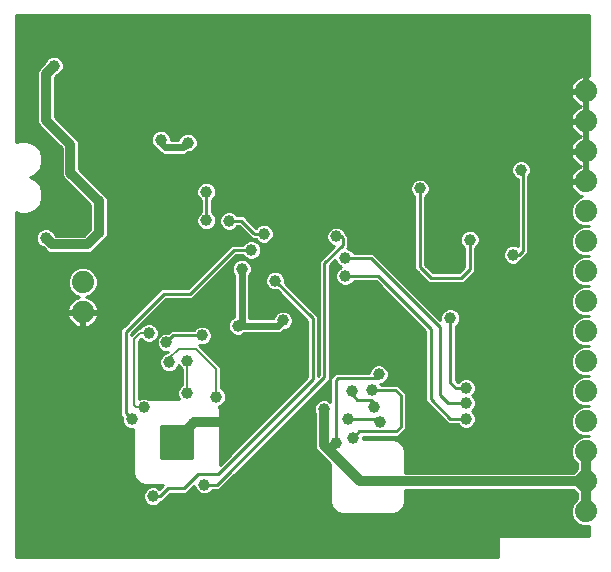
<source format=gbl>
G75*
%MOIN*%
%OFA0B0*%
%FSLAX25Y25*%
%IPPOS*%
%LPD*%
%AMOC8*
5,1,8,0,0,1.08239X$1,22.5*
%
%ADD10C,0.07400*%
%ADD11C,0.03962*%
%ADD12C,0.01000*%
%ADD13C,0.01600*%
%ADD14C,0.02400*%
%ADD15C,0.03200*%
%ADD16C,0.00700*%
D10*
X0077200Y0132900D03*
X0077200Y0142900D03*
X0244900Y0146500D03*
X0244900Y0136500D03*
X0244900Y0126500D03*
X0244900Y0116500D03*
X0244900Y0106500D03*
X0244900Y0096500D03*
X0244900Y0086500D03*
X0244900Y0076500D03*
X0244900Y0066500D03*
X0244900Y0156500D03*
X0244900Y0166500D03*
X0244900Y0176500D03*
X0244900Y0186500D03*
X0244900Y0196500D03*
X0244900Y0206500D03*
D11*
X0227900Y0187400D03*
X0223300Y0180300D03*
X0212600Y0155200D03*
X0220600Y0152000D03*
X0206200Y0157000D03*
X0185500Y0152200D03*
X0199700Y0130900D03*
X0211400Y0135400D03*
X0205000Y0107600D03*
X0205000Y0102600D03*
X0205000Y0097300D03*
X0176400Y0096400D03*
X0174200Y0101300D03*
X0173800Y0106900D03*
X0175900Y0112200D03*
X0166900Y0106500D03*
X0157500Y0100500D03*
X0165700Y0097300D03*
X0167200Y0091000D03*
X0161600Y0089400D03*
X0131600Y0094100D03*
X0121700Y0104700D03*
X0112000Y0105800D03*
X0112100Y0116700D03*
X0117000Y0125100D03*
X0109200Y0129600D03*
X0105100Y0122800D03*
X0106000Y0116200D03*
X0099200Y0125900D03*
X0109100Y0143300D03*
X0092100Y0147400D03*
X0064900Y0157600D03*
X0078300Y0184600D03*
X0077700Y0196400D03*
X0067600Y0215000D03*
X0103200Y0190400D03*
X0112200Y0189400D03*
X0118400Y0173000D03*
X0118400Y0163500D03*
X0126000Y0163300D03*
X0133400Y0153600D03*
X0137600Y0159000D03*
X0130200Y0147400D03*
X0141300Y0143400D03*
X0144000Y0130100D03*
X0128900Y0128300D03*
X0164700Y0144900D03*
X0164700Y0150900D03*
X0161700Y0158100D03*
X0189600Y0174100D03*
X0108500Y0089600D03*
X0097500Y0101100D03*
X0093500Y0097200D03*
X0100600Y0071500D03*
X0117700Y0075400D03*
D12*
X0055000Y0051300D02*
X0055000Y0166142D01*
X0056252Y0165623D01*
X0058748Y0165623D01*
X0061053Y0166578D01*
X0062817Y0168342D01*
X0063772Y0170647D01*
X0063772Y0173142D01*
X0062817Y0175447D01*
X0061053Y0177211D01*
X0059631Y0177800D01*
X0061053Y0178389D01*
X0062817Y0180153D01*
X0063772Y0182458D01*
X0063772Y0184953D01*
X0062817Y0187258D01*
X0061053Y0189022D01*
X0058748Y0189977D01*
X0056252Y0189977D01*
X0055000Y0189458D01*
X0055000Y0232000D01*
X0246000Y0232000D01*
X0246000Y0211591D01*
X0245400Y0211686D01*
X0245400Y0207000D01*
X0244400Y0207000D01*
X0244400Y0211686D01*
X0243682Y0211572D01*
X0242904Y0211319D01*
X0242175Y0210947D01*
X0241512Y0210466D01*
X0240934Y0209888D01*
X0240453Y0209225D01*
X0240081Y0208496D01*
X0239828Y0207718D01*
X0239714Y0207000D01*
X0244400Y0207000D01*
X0244400Y0206000D01*
X0245400Y0206000D01*
X0245400Y0197000D01*
X0244400Y0197000D01*
X0244400Y0201686D01*
X0244400Y0206000D01*
X0239714Y0206000D01*
X0239828Y0205282D01*
X0240081Y0204504D01*
X0240453Y0203775D01*
X0240934Y0203112D01*
X0241512Y0202534D01*
X0242175Y0202053D01*
X0242904Y0201681D01*
X0243461Y0201500D01*
X0242904Y0201319D01*
X0242175Y0200947D01*
X0241512Y0200466D01*
X0240934Y0199888D01*
X0240453Y0199225D01*
X0240081Y0198496D01*
X0239828Y0197718D01*
X0239714Y0197000D01*
X0244400Y0197000D01*
X0244400Y0196000D01*
X0245400Y0196000D01*
X0245400Y0187000D01*
X0244400Y0187000D01*
X0244400Y0191314D01*
X0244400Y0196000D01*
X0239714Y0196000D01*
X0239828Y0195282D01*
X0240081Y0194504D01*
X0240453Y0193775D01*
X0240934Y0193112D01*
X0241512Y0192534D01*
X0242175Y0192053D01*
X0242904Y0191681D01*
X0243461Y0191500D01*
X0242904Y0191319D01*
X0242175Y0190947D01*
X0241512Y0190466D01*
X0240934Y0189888D01*
X0240453Y0189225D01*
X0240081Y0188496D01*
X0239828Y0187718D01*
X0239714Y0187000D01*
X0244400Y0187000D01*
X0244400Y0186000D01*
X0245400Y0186000D01*
X0245400Y0177000D01*
X0244400Y0177000D01*
X0244400Y0181314D01*
X0244400Y0186000D01*
X0239714Y0186000D01*
X0239828Y0185282D01*
X0240081Y0184504D01*
X0240453Y0183775D01*
X0240934Y0183112D01*
X0241512Y0182534D01*
X0242175Y0182053D01*
X0242904Y0181681D01*
X0243461Y0181500D01*
X0242904Y0181319D01*
X0242175Y0180947D01*
X0241512Y0180466D01*
X0240934Y0179888D01*
X0240453Y0179225D01*
X0240081Y0178496D01*
X0239828Y0177718D01*
X0239714Y0177000D01*
X0244400Y0177000D01*
X0244400Y0176000D01*
X0239714Y0176000D01*
X0239828Y0175282D01*
X0240081Y0174504D01*
X0240453Y0173775D01*
X0240934Y0173112D01*
X0241512Y0172534D01*
X0242175Y0172053D01*
X0242904Y0171681D01*
X0243682Y0171428D01*
X0243718Y0171422D01*
X0242068Y0170739D01*
X0240661Y0169332D01*
X0239900Y0167495D01*
X0239900Y0165505D01*
X0240661Y0163668D01*
X0242068Y0162261D01*
X0243905Y0161500D01*
X0242068Y0160739D01*
X0240661Y0159332D01*
X0239900Y0157495D01*
X0239900Y0155505D01*
X0240661Y0153668D01*
X0242068Y0152261D01*
X0243905Y0151500D01*
X0242068Y0150739D01*
X0240661Y0149332D01*
X0222572Y0149332D01*
X0222459Y0149218D02*
X0223382Y0150141D01*
X0223406Y0150200D01*
X0223446Y0150200D01*
X0225800Y0152554D01*
X0225800Y0154046D01*
X0225800Y0178160D01*
X0226082Y0178441D01*
X0226581Y0179647D01*
X0226581Y0180953D01*
X0226082Y0182159D01*
X0225159Y0183082D01*
X0223953Y0183581D01*
X0222647Y0183581D01*
X0221441Y0183082D01*
X0220518Y0182159D01*
X0220019Y0180953D01*
X0220019Y0179647D01*
X0220518Y0178441D01*
X0221441Y0177518D01*
X0222200Y0177204D01*
X0222200Y0154889D01*
X0221253Y0155281D01*
X0219947Y0155281D01*
X0218741Y0154782D01*
X0217818Y0153859D01*
X0217319Y0152653D01*
X0217319Y0151347D01*
X0217818Y0150141D01*
X0218741Y0149218D01*
X0219947Y0148719D01*
X0221253Y0148719D01*
X0222459Y0149218D01*
X0223576Y0150330D02*
X0241659Y0150330D01*
X0240661Y0149332D02*
X0239900Y0147495D01*
X0239900Y0145505D01*
X0240661Y0143668D01*
X0242068Y0142261D01*
X0243905Y0141500D01*
X0242068Y0140739D01*
X0240661Y0139332D01*
X0239900Y0137495D01*
X0239900Y0135505D01*
X0240661Y0133668D01*
X0242068Y0132261D01*
X0243905Y0131500D01*
X0242068Y0130739D01*
X0240661Y0129332D01*
X0239900Y0127495D01*
X0239900Y0125505D01*
X0240661Y0123668D01*
X0242068Y0122261D01*
X0243905Y0121500D01*
X0242068Y0120739D01*
X0240661Y0119332D01*
X0239900Y0117495D01*
X0239900Y0115505D01*
X0240661Y0113668D01*
X0242068Y0112261D01*
X0243905Y0111500D01*
X0242068Y0110739D01*
X0240661Y0109332D01*
X0239900Y0107495D01*
X0239900Y0105505D01*
X0240661Y0103668D01*
X0242068Y0102261D01*
X0243905Y0101500D01*
X0242068Y0100739D01*
X0240661Y0099332D01*
X0239900Y0097495D01*
X0239900Y0095505D01*
X0240661Y0093668D01*
X0242068Y0092261D01*
X0243905Y0091500D01*
X0242068Y0090739D01*
X0240661Y0089332D01*
X0239900Y0087495D01*
X0239900Y0085505D01*
X0240661Y0083668D01*
X0242000Y0082329D01*
X0242000Y0080671D01*
X0240729Y0079400D01*
X0184572Y0079400D01*
X0184572Y0086889D01*
X0183872Y0088579D01*
X0182579Y0089872D01*
X0180889Y0090572D01*
X0170481Y0090572D01*
X0170481Y0091300D01*
X0182346Y0091300D01*
X0183946Y0092900D01*
X0185000Y0093954D01*
X0185000Y0105846D01*
X0183200Y0107646D01*
X0182146Y0108700D01*
X0176606Y0108700D01*
X0176582Y0108759D01*
X0176421Y0108919D01*
X0176553Y0108919D01*
X0177759Y0109418D01*
X0178682Y0110341D01*
X0179181Y0111547D01*
X0179181Y0112853D01*
X0178682Y0114059D01*
X0177759Y0114982D01*
X0176553Y0115481D01*
X0175247Y0115481D01*
X0174041Y0114982D01*
X0173118Y0114059D01*
X0172619Y0112853D01*
X0172619Y0112600D01*
X0161454Y0112600D01*
X0160854Y0112000D01*
X0159800Y0110946D01*
X0159800Y0102840D01*
X0159359Y0103282D01*
X0158153Y0103781D01*
X0156847Y0103781D01*
X0155641Y0103282D01*
X0154718Y0102359D01*
X0154219Y0101153D01*
X0154219Y0099847D01*
X0154600Y0098927D01*
X0154600Y0087923D01*
X0155041Y0086857D01*
X0155857Y0086041D01*
X0159628Y0082271D01*
X0159628Y0069311D01*
X0160328Y0067621D01*
X0161621Y0066328D01*
X0163311Y0065628D01*
X0180889Y0065628D01*
X0182579Y0066328D01*
X0183872Y0067621D01*
X0184572Y0069311D01*
X0184572Y0073600D01*
X0240729Y0073600D01*
X0242000Y0072329D01*
X0242000Y0070671D01*
X0240661Y0069332D01*
X0239900Y0067495D01*
X0239900Y0065505D01*
X0240661Y0063668D01*
X0242068Y0062261D01*
X0243905Y0061500D01*
X0245895Y0061500D01*
X0246000Y0061544D01*
X0246000Y0058300D01*
X0216086Y0058300D01*
X0215500Y0057714D01*
X0215500Y0051300D01*
X0055000Y0051300D01*
X0055000Y0051478D02*
X0215500Y0051478D01*
X0215500Y0052476D02*
X0055000Y0052476D01*
X0055000Y0053475D02*
X0215500Y0053475D01*
X0215500Y0054473D02*
X0055000Y0054473D01*
X0055000Y0055472D02*
X0215500Y0055472D01*
X0215500Y0056470D02*
X0055000Y0056470D01*
X0055000Y0057469D02*
X0215500Y0057469D01*
X0239920Y0065457D02*
X0055000Y0065457D01*
X0055000Y0066455D02*
X0161493Y0066455D01*
X0160495Y0067454D02*
X0055000Y0067454D01*
X0055000Y0068452D02*
X0099384Y0068452D01*
X0099947Y0068219D02*
X0101253Y0068219D01*
X0102459Y0068718D01*
X0103382Y0069641D01*
X0103406Y0069700D01*
X0103646Y0069700D01*
X0106246Y0072300D01*
X0111746Y0072300D01*
X0114419Y0074973D01*
X0114419Y0074747D01*
X0114918Y0073541D01*
X0115841Y0072618D01*
X0117047Y0072119D01*
X0118353Y0072119D01*
X0119559Y0072618D01*
X0120482Y0073541D01*
X0120506Y0073600D01*
X0122746Y0073600D01*
X0123800Y0074654D01*
X0158546Y0109400D01*
X0159600Y0110454D01*
X0159600Y0148454D01*
X0161419Y0150273D01*
X0161419Y0150247D01*
X0161918Y0149041D01*
X0162841Y0148118D01*
X0163369Y0147900D01*
X0162841Y0147682D01*
X0161918Y0146759D01*
X0161419Y0145553D01*
X0161419Y0144247D01*
X0161918Y0143041D01*
X0162841Y0142118D01*
X0164047Y0141619D01*
X0165353Y0141619D01*
X0166559Y0142118D01*
X0167482Y0143041D01*
X0167506Y0143100D01*
X0174954Y0143100D01*
X0191400Y0126654D01*
X0191400Y0103154D01*
X0198000Y0096554D01*
X0199054Y0095500D01*
X0202194Y0095500D01*
X0202218Y0095441D01*
X0203141Y0094518D01*
X0204347Y0094019D01*
X0205653Y0094019D01*
X0206859Y0094518D01*
X0207782Y0095441D01*
X0208281Y0096647D01*
X0208281Y0097953D01*
X0207782Y0099159D01*
X0206990Y0099950D01*
X0207782Y0100741D01*
X0208281Y0101947D01*
X0208281Y0103253D01*
X0207782Y0104459D01*
X0207140Y0105100D01*
X0207782Y0105741D01*
X0208281Y0106947D01*
X0208281Y0108253D01*
X0207782Y0109459D01*
X0206859Y0110382D01*
X0205653Y0110881D01*
X0204347Y0110881D01*
X0203141Y0110382D01*
X0202218Y0109459D01*
X0202209Y0109436D01*
X0201500Y0110146D01*
X0201500Y0128094D01*
X0201559Y0128118D01*
X0202482Y0129041D01*
X0202981Y0130247D01*
X0202981Y0131553D01*
X0202482Y0132759D01*
X0201559Y0133682D01*
X0200353Y0134181D01*
X0199047Y0134181D01*
X0197841Y0133682D01*
X0196918Y0132759D01*
X0196419Y0131553D01*
X0196419Y0130247D01*
X0196434Y0130212D01*
X0173946Y0152700D01*
X0167506Y0152700D01*
X0167482Y0152759D01*
X0166559Y0153682D01*
X0165353Y0154181D01*
X0165327Y0154181D01*
X0165800Y0154654D01*
X0165800Y0158246D01*
X0164761Y0159285D01*
X0164482Y0159959D01*
X0163559Y0160882D01*
X0162353Y0161381D01*
X0161047Y0161381D01*
X0159841Y0160882D01*
X0158918Y0159959D01*
X0158419Y0158753D01*
X0158419Y0157447D01*
X0158918Y0156241D01*
X0159841Y0155318D01*
X0160924Y0154870D01*
X0157054Y0151000D01*
X0156000Y0149946D01*
X0156000Y0111946D01*
X0155700Y0111646D01*
X0155700Y0131546D01*
X0144557Y0142689D01*
X0144581Y0142747D01*
X0144581Y0144053D01*
X0144082Y0145259D01*
X0143159Y0146182D01*
X0141953Y0146681D01*
X0140647Y0146681D01*
X0139441Y0146182D01*
X0138518Y0145259D01*
X0138019Y0144053D01*
X0138019Y0142747D01*
X0138518Y0141541D01*
X0139441Y0140618D01*
X0140647Y0140119D01*
X0141953Y0140119D01*
X0142011Y0140143D01*
X0152100Y0130054D01*
X0152100Y0111246D01*
X0122941Y0082087D01*
X0122941Y0100357D01*
X0122479Y0101471D01*
X0123559Y0101918D01*
X0124482Y0102841D01*
X0124981Y0104047D01*
X0124981Y0105353D01*
X0124482Y0106559D01*
X0123559Y0107482D01*
X0123350Y0107568D01*
X0123350Y0110117D01*
X0123350Y0114683D01*
X0122383Y0115650D01*
X0116121Y0121913D01*
X0116347Y0121819D01*
X0117653Y0121819D01*
X0118859Y0122318D01*
X0119782Y0123241D01*
X0120281Y0124447D01*
X0120281Y0125753D01*
X0119782Y0126959D01*
X0118859Y0127882D01*
X0117653Y0128381D01*
X0116347Y0128381D01*
X0115141Y0127882D01*
X0114218Y0126959D01*
X0114194Y0126900D01*
X0106654Y0126900D01*
X0106304Y0126550D01*
X0106217Y0126550D01*
X0105748Y0126081D01*
X0104447Y0126081D01*
X0103241Y0125582D01*
X0102318Y0124659D01*
X0101819Y0123453D01*
X0101819Y0122147D01*
X0102318Y0120941D01*
X0103241Y0120018D01*
X0104447Y0119519D01*
X0105685Y0119519D01*
X0105648Y0119481D01*
X0105347Y0119481D01*
X0104141Y0118982D01*
X0103218Y0118059D01*
X0102719Y0116853D01*
X0102719Y0115547D01*
X0103218Y0114341D01*
X0104141Y0113418D01*
X0105347Y0112919D01*
X0106653Y0112919D01*
X0107859Y0113418D01*
X0108782Y0114341D01*
X0109154Y0115239D01*
X0109318Y0114841D01*
X0110241Y0113918D01*
X0110350Y0113873D01*
X0110350Y0108668D01*
X0110141Y0108582D01*
X0109218Y0107659D01*
X0108719Y0106453D01*
X0108719Y0105147D01*
X0109177Y0104041D01*
X0098974Y0104041D01*
X0098153Y0104381D01*
X0096847Y0104381D01*
X0095950Y0104009D01*
X0095950Y0123117D01*
X0096647Y0123813D01*
X0097341Y0123118D01*
X0098547Y0122619D01*
X0099853Y0122619D01*
X0101059Y0123118D01*
X0101982Y0124041D01*
X0102481Y0125247D01*
X0102481Y0126553D01*
X0101982Y0127759D01*
X0101059Y0128682D01*
X0099853Y0129181D01*
X0098547Y0129181D01*
X0097341Y0128682D01*
X0096418Y0127759D01*
X0096332Y0127550D01*
X0095717Y0127550D01*
X0094750Y0126583D01*
X0093400Y0125233D01*
X0093400Y0125654D01*
X0104946Y0137200D01*
X0113746Y0137200D01*
X0128346Y0151800D01*
X0130594Y0151800D01*
X0130618Y0151741D01*
X0131541Y0150818D01*
X0132747Y0150319D01*
X0134053Y0150319D01*
X0135259Y0150818D01*
X0136182Y0151741D01*
X0136681Y0152947D01*
X0136681Y0154253D01*
X0136182Y0155459D01*
X0135259Y0156382D01*
X0134053Y0156881D01*
X0132747Y0156881D01*
X0131541Y0156382D01*
X0130618Y0155459D01*
X0130594Y0155400D01*
X0126854Y0155400D01*
X0125800Y0154346D01*
X0112254Y0140800D01*
X0103454Y0140800D01*
X0090854Y0128200D01*
X0089800Y0127146D01*
X0089800Y0098354D01*
X0090243Y0097911D01*
X0090219Y0097853D01*
X0090219Y0096547D01*
X0090718Y0095341D01*
X0091641Y0094418D01*
X0092847Y0093919D01*
X0094059Y0093919D01*
X0094059Y0078843D01*
X0094759Y0077153D01*
X0096053Y0075859D01*
X0097743Y0075159D01*
X0104013Y0075159D01*
X0103700Y0074846D01*
X0102797Y0073943D01*
X0102459Y0074282D01*
X0101253Y0074781D01*
X0099947Y0074781D01*
X0098741Y0074282D01*
X0097818Y0073359D01*
X0097319Y0072153D01*
X0097319Y0070847D01*
X0097818Y0069641D01*
X0098741Y0068718D01*
X0099947Y0068219D01*
X0101816Y0068452D02*
X0159983Y0068452D01*
X0159628Y0069451D02*
X0103191Y0069451D01*
X0104395Y0070449D02*
X0159628Y0070449D01*
X0159628Y0071448D02*
X0105393Y0071448D01*
X0102900Y0071500D02*
X0105500Y0074100D01*
X0111000Y0074100D01*
X0115800Y0078900D01*
X0122300Y0078900D01*
X0153900Y0110500D01*
X0153900Y0130800D01*
X0141300Y0143400D01*
X0144581Y0143341D02*
X0156000Y0143341D01*
X0156000Y0144339D02*
X0144462Y0144339D01*
X0144002Y0145338D02*
X0156000Y0145338D01*
X0156000Y0146336D02*
X0142785Y0146336D01*
X0139815Y0146336D02*
X0133311Y0146336D01*
X0133481Y0146747D02*
X0132982Y0145541D01*
X0132700Y0145260D01*
X0132700Y0130800D01*
X0140739Y0130800D01*
X0141218Y0131959D01*
X0142141Y0132882D01*
X0143347Y0133381D01*
X0144653Y0133381D01*
X0145859Y0132882D01*
X0146782Y0131959D01*
X0147281Y0130753D01*
X0147281Y0129447D01*
X0146782Y0128241D01*
X0145859Y0127318D01*
X0144653Y0126819D01*
X0144254Y0126819D01*
X0143616Y0126181D01*
X0142697Y0125800D01*
X0131040Y0125800D01*
X0130759Y0125518D01*
X0129553Y0125019D01*
X0128247Y0125019D01*
X0127041Y0125518D01*
X0126118Y0126441D01*
X0125619Y0127647D01*
X0125619Y0128953D01*
X0126118Y0130159D01*
X0127041Y0131082D01*
X0127700Y0131354D01*
X0127700Y0145260D01*
X0127418Y0145541D01*
X0126919Y0146747D01*
X0126919Y0148053D01*
X0127418Y0149259D01*
X0128341Y0150182D01*
X0129547Y0150681D01*
X0130853Y0150681D01*
X0132059Y0150182D01*
X0132982Y0149259D01*
X0133481Y0148053D01*
X0133481Y0146747D01*
X0133481Y0147335D02*
X0156000Y0147335D01*
X0156000Y0148333D02*
X0133365Y0148333D01*
X0132908Y0149332D02*
X0156000Y0149332D01*
X0156385Y0150330D02*
X0134080Y0150330D01*
X0132720Y0150330D02*
X0131700Y0150330D01*
X0131031Y0151329D02*
X0127874Y0151329D01*
X0128700Y0150330D02*
X0126876Y0150330D01*
X0127492Y0149332D02*
X0125877Y0149332D01*
X0124879Y0148333D02*
X0127035Y0148333D01*
X0126919Y0147335D02*
X0123880Y0147335D01*
X0122882Y0146336D02*
X0127089Y0146336D01*
X0127622Y0145338D02*
X0121883Y0145338D01*
X0120885Y0144339D02*
X0127700Y0144339D01*
X0127700Y0143341D02*
X0119886Y0143341D01*
X0118888Y0142342D02*
X0127700Y0142342D01*
X0127700Y0141344D02*
X0117889Y0141344D01*
X0116891Y0140345D02*
X0127700Y0140345D01*
X0127700Y0139347D02*
X0115892Y0139347D01*
X0114894Y0138348D02*
X0127700Y0138348D01*
X0127700Y0137350D02*
X0113895Y0137350D01*
X0113000Y0139000D02*
X0127600Y0153600D01*
X0133400Y0153600D01*
X0136424Y0152327D02*
X0158382Y0152327D01*
X0157383Y0151329D02*
X0135769Y0151329D01*
X0136681Y0153326D02*
X0159380Y0153326D01*
X0160379Y0154324D02*
X0136651Y0154324D01*
X0136238Y0155323D02*
X0159837Y0155323D01*
X0158885Y0156321D02*
X0139562Y0156321D01*
X0139459Y0156218D02*
X0140382Y0157141D01*
X0140881Y0158347D01*
X0140881Y0159653D01*
X0140382Y0160859D01*
X0139459Y0161782D01*
X0138253Y0162281D01*
X0136947Y0162281D01*
X0135741Y0161782D01*
X0134953Y0160993D01*
X0134946Y0161000D01*
X0131900Y0164046D01*
X0130846Y0165100D01*
X0128806Y0165100D01*
X0128782Y0165159D01*
X0127859Y0166082D01*
X0126653Y0166581D01*
X0125347Y0166581D01*
X0124141Y0166082D01*
X0123218Y0165159D01*
X0122719Y0163953D01*
X0122719Y0162647D01*
X0123218Y0161441D01*
X0124141Y0160518D01*
X0125347Y0160019D01*
X0126653Y0160019D01*
X0127859Y0160518D01*
X0128782Y0161441D01*
X0128806Y0161500D01*
X0129354Y0161500D01*
X0132400Y0158454D01*
X0133654Y0157200D01*
X0134794Y0157200D01*
X0134818Y0157141D01*
X0135741Y0156218D01*
X0136947Y0155719D01*
X0138253Y0155719D01*
X0139459Y0156218D01*
X0140455Y0157320D02*
X0158472Y0157320D01*
X0158419Y0158318D02*
X0140869Y0158318D01*
X0140881Y0159317D02*
X0158653Y0159317D01*
X0159275Y0160315D02*
X0140607Y0160315D01*
X0139926Y0161314D02*
X0160885Y0161314D01*
X0162515Y0161314D02*
X0187800Y0161314D01*
X0187800Y0162312D02*
X0133633Y0162312D01*
X0134632Y0161314D02*
X0135274Y0161314D01*
X0134100Y0159300D02*
X0130100Y0163300D01*
X0126000Y0163300D01*
X0122719Y0163311D02*
X0121681Y0163311D01*
X0121681Y0162847D02*
X0121182Y0161641D01*
X0120259Y0160718D01*
X0119053Y0160219D01*
X0117747Y0160219D01*
X0116541Y0160718D01*
X0115618Y0161641D01*
X0115119Y0162847D01*
X0115119Y0164153D01*
X0115618Y0165359D01*
X0116541Y0166282D01*
X0116600Y0166306D01*
X0116600Y0170194D01*
X0116541Y0170218D01*
X0115618Y0171141D01*
X0115119Y0172347D01*
X0115119Y0173653D01*
X0115618Y0174859D01*
X0116541Y0175782D01*
X0117747Y0176281D01*
X0119053Y0176281D01*
X0120259Y0175782D01*
X0121182Y0174859D01*
X0121681Y0173653D01*
X0121681Y0172347D01*
X0121182Y0171141D01*
X0120259Y0170218D01*
X0120200Y0170194D01*
X0120200Y0166306D01*
X0120259Y0166282D01*
X0121182Y0165359D01*
X0121681Y0164153D01*
X0121681Y0162847D01*
X0121460Y0162312D02*
X0122858Y0162312D01*
X0123346Y0161314D02*
X0120854Y0161314D01*
X0119286Y0160315D02*
X0124632Y0160315D01*
X0127368Y0160315D02*
X0130539Y0160315D01*
X0131538Y0159317D02*
X0085500Y0159317D01*
X0085500Y0158723D02*
X0085500Y0170477D01*
X0085058Y0171543D01*
X0084243Y0172358D01*
X0076000Y0180601D01*
X0076000Y0189277D01*
X0075558Y0190343D01*
X0067900Y0198001D01*
X0067900Y0211199D01*
X0068539Y0211837D01*
X0069459Y0212218D01*
X0070382Y0213141D01*
X0070881Y0214347D01*
X0070881Y0215653D01*
X0070382Y0216859D01*
X0069459Y0217782D01*
X0068253Y0218281D01*
X0066947Y0218281D01*
X0065741Y0217782D01*
X0064818Y0216859D01*
X0064437Y0215939D01*
X0062541Y0214043D01*
X0062100Y0212977D01*
X0062100Y0196223D01*
X0062541Y0195157D01*
X0063357Y0194341D01*
X0070200Y0187499D01*
X0070200Y0178823D01*
X0070641Y0177757D01*
X0071457Y0176941D01*
X0079700Y0168699D01*
X0079700Y0160501D01*
X0077599Y0158400D01*
X0068201Y0158400D01*
X0068063Y0158539D01*
X0067682Y0159459D01*
X0066759Y0160382D01*
X0065553Y0160881D01*
X0064247Y0160881D01*
X0063041Y0160382D01*
X0062118Y0159459D01*
X0061619Y0158253D01*
X0061619Y0156947D01*
X0062118Y0155741D01*
X0063041Y0154818D01*
X0063961Y0154437D01*
X0064541Y0153857D01*
X0065357Y0153041D01*
X0066423Y0152600D01*
X0079377Y0152600D01*
X0080443Y0153041D01*
X0084243Y0156841D01*
X0085058Y0157657D01*
X0085500Y0158723D01*
X0085332Y0158318D02*
X0132536Y0158318D01*
X0133535Y0157320D02*
X0084721Y0157320D01*
X0083723Y0156321D02*
X0131481Y0156321D01*
X0135319Y0156321D02*
X0135638Y0156321D01*
X0134400Y0159000D02*
X0134200Y0159200D01*
X0134100Y0159300D01*
X0134400Y0159000D02*
X0137600Y0159000D01*
X0132635Y0163311D02*
X0187800Y0163311D01*
X0187800Y0164309D02*
X0131636Y0164309D01*
X0128632Y0165308D02*
X0187800Y0165308D01*
X0187800Y0166306D02*
X0127316Y0166306D01*
X0124684Y0166306D02*
X0120200Y0166306D01*
X0120200Y0167305D02*
X0187800Y0167305D01*
X0187800Y0168303D02*
X0120200Y0168303D01*
X0120200Y0169302D02*
X0187800Y0169302D01*
X0187800Y0170301D02*
X0120341Y0170301D01*
X0121247Y0171299D02*
X0187788Y0171299D01*
X0187800Y0171294D02*
X0187800Y0147154D01*
X0188854Y0146100D01*
X0188854Y0146100D01*
X0191400Y0143554D01*
X0192454Y0142500D01*
X0204146Y0142500D01*
X0205200Y0143554D01*
X0205200Y0143554D01*
X0206946Y0145300D01*
X0208000Y0146354D01*
X0208000Y0154194D01*
X0208059Y0154218D01*
X0208982Y0155141D01*
X0209481Y0156347D01*
X0209481Y0157653D01*
X0208982Y0158859D01*
X0208059Y0159782D01*
X0206853Y0160281D01*
X0205547Y0160281D01*
X0204341Y0159782D01*
X0203418Y0158859D01*
X0202919Y0157653D01*
X0202919Y0156347D01*
X0203418Y0155141D01*
X0204341Y0154218D01*
X0204400Y0154194D01*
X0204400Y0147846D01*
X0202654Y0146100D01*
X0193946Y0146100D01*
X0191400Y0148646D01*
X0191400Y0171294D01*
X0191459Y0171318D01*
X0192382Y0172241D01*
X0192881Y0173447D01*
X0192881Y0174753D01*
X0192382Y0175959D01*
X0191459Y0176882D01*
X0190253Y0177381D01*
X0188947Y0177381D01*
X0187741Y0176882D01*
X0186818Y0175959D01*
X0186319Y0174753D01*
X0186319Y0173447D01*
X0186818Y0172241D01*
X0187741Y0171318D01*
X0187800Y0171294D01*
X0186795Y0172298D02*
X0121660Y0172298D01*
X0121681Y0173296D02*
X0186382Y0173296D01*
X0186319Y0174295D02*
X0121415Y0174295D01*
X0120747Y0175293D02*
X0186543Y0175293D01*
X0187151Y0176292D02*
X0080310Y0176292D01*
X0079311Y0177290D02*
X0188728Y0177290D01*
X0190472Y0177290D02*
X0221993Y0177290D01*
X0222200Y0176292D02*
X0192049Y0176292D01*
X0192657Y0175293D02*
X0222200Y0175293D01*
X0222200Y0174295D02*
X0192881Y0174295D01*
X0192818Y0173296D02*
X0222200Y0173296D01*
X0222200Y0172298D02*
X0192405Y0172298D01*
X0191412Y0171299D02*
X0222200Y0171299D01*
X0222200Y0170301D02*
X0191400Y0170301D01*
X0191400Y0169302D02*
X0222200Y0169302D01*
X0222200Y0168303D02*
X0191400Y0168303D01*
X0191400Y0167305D02*
X0222200Y0167305D01*
X0222200Y0166306D02*
X0191400Y0166306D01*
X0191400Y0165308D02*
X0222200Y0165308D01*
X0222200Y0164309D02*
X0191400Y0164309D01*
X0191400Y0163311D02*
X0222200Y0163311D01*
X0222200Y0162312D02*
X0191400Y0162312D01*
X0191400Y0161314D02*
X0222200Y0161314D01*
X0222200Y0160315D02*
X0191400Y0160315D01*
X0191400Y0159317D02*
X0203877Y0159317D01*
X0203195Y0158318D02*
X0191400Y0158318D01*
X0191400Y0157320D02*
X0202919Y0157320D01*
X0202930Y0156321D02*
X0191400Y0156321D01*
X0191400Y0155323D02*
X0203343Y0155323D01*
X0204235Y0154324D02*
X0191400Y0154324D01*
X0191400Y0153326D02*
X0204400Y0153326D01*
X0204400Y0152327D02*
X0191400Y0152327D01*
X0191400Y0151329D02*
X0204400Y0151329D01*
X0204400Y0150330D02*
X0191400Y0150330D01*
X0191400Y0149332D02*
X0204400Y0149332D01*
X0204400Y0148333D02*
X0191712Y0148333D01*
X0192711Y0147335D02*
X0203889Y0147335D01*
X0202891Y0146336D02*
X0193709Y0146336D01*
X0193200Y0144300D02*
X0189600Y0147900D01*
X0189600Y0174100D01*
X0187800Y0160315D02*
X0164125Y0160315D01*
X0164747Y0159317D02*
X0187800Y0159317D01*
X0187800Y0158318D02*
X0165727Y0158318D01*
X0165800Y0157320D02*
X0187800Y0157320D01*
X0187800Y0156321D02*
X0165800Y0156321D01*
X0165800Y0155323D02*
X0187800Y0155323D01*
X0187800Y0154324D02*
X0165470Y0154324D01*
X0166914Y0153326D02*
X0187800Y0153326D01*
X0187800Y0152327D02*
X0174318Y0152327D01*
X0175317Y0151329D02*
X0187800Y0151329D01*
X0187800Y0150330D02*
X0176315Y0150330D01*
X0177314Y0149332D02*
X0187800Y0149332D01*
X0187800Y0148333D02*
X0178312Y0148333D01*
X0179311Y0147335D02*
X0187800Y0147335D01*
X0188618Y0146336D02*
X0180309Y0146336D01*
X0181308Y0145338D02*
X0189617Y0145338D01*
X0190615Y0144339D02*
X0182306Y0144339D01*
X0183305Y0143341D02*
X0191614Y0143341D01*
X0191400Y0143554D02*
X0191400Y0143554D01*
X0193200Y0144300D02*
X0203400Y0144300D01*
X0206200Y0147100D01*
X0206200Y0157000D01*
X0208523Y0159317D02*
X0222200Y0159317D01*
X0222200Y0158318D02*
X0209205Y0158318D01*
X0209481Y0157320D02*
X0222200Y0157320D01*
X0222200Y0156321D02*
X0209470Y0156321D01*
X0209057Y0155323D02*
X0222200Y0155323D01*
X0224000Y0153300D02*
X0222700Y0152000D01*
X0220600Y0152000D01*
X0218284Y0154324D02*
X0208165Y0154324D01*
X0208000Y0153326D02*
X0217598Y0153326D01*
X0217319Y0152327D02*
X0208000Y0152327D01*
X0208000Y0151329D02*
X0217327Y0151329D01*
X0217740Y0150330D02*
X0208000Y0150330D01*
X0208000Y0149332D02*
X0218628Y0149332D01*
X0224574Y0151329D02*
X0243492Y0151329D01*
X0243905Y0151500D02*
X0245895Y0151500D01*
X0246000Y0151456D01*
X0246000Y0151544D01*
X0245895Y0151500D01*
X0243905Y0151500D01*
X0242002Y0152327D02*
X0225573Y0152327D01*
X0225800Y0153326D02*
X0241003Y0153326D01*
X0240389Y0154324D02*
X0225800Y0154324D01*
X0225800Y0155323D02*
X0239976Y0155323D01*
X0239900Y0156321D02*
X0225800Y0156321D01*
X0225800Y0157320D02*
X0239900Y0157320D01*
X0240241Y0158318D02*
X0225800Y0158318D01*
X0225800Y0159317D02*
X0240655Y0159317D01*
X0241644Y0160315D02*
X0225800Y0160315D01*
X0225800Y0161314D02*
X0243456Y0161314D01*
X0243905Y0161500D02*
X0245895Y0161500D01*
X0246000Y0161456D01*
X0246000Y0161544D01*
X0245895Y0161500D01*
X0243905Y0161500D01*
X0242016Y0162312D02*
X0225800Y0162312D01*
X0225800Y0163311D02*
X0241018Y0163311D01*
X0240395Y0164309D02*
X0225800Y0164309D01*
X0225800Y0165308D02*
X0239982Y0165308D01*
X0239900Y0166306D02*
X0225800Y0166306D01*
X0225800Y0167305D02*
X0239900Y0167305D01*
X0240235Y0168303D02*
X0225800Y0168303D01*
X0225800Y0169302D02*
X0240649Y0169302D01*
X0241629Y0170301D02*
X0225800Y0170301D01*
X0225800Y0171299D02*
X0243420Y0171299D01*
X0241837Y0172298D02*
X0225800Y0172298D01*
X0225800Y0173296D02*
X0240800Y0173296D01*
X0240188Y0174295D02*
X0225800Y0174295D01*
X0225800Y0175293D02*
X0239826Y0175293D01*
X0239760Y0177290D02*
X0225800Y0177290D01*
X0225800Y0176292D02*
X0244400Y0176292D01*
X0244400Y0177290D02*
X0245400Y0177290D01*
X0245400Y0178289D02*
X0244400Y0178289D01*
X0244400Y0179287D02*
X0245400Y0179287D01*
X0245400Y0180286D02*
X0244400Y0180286D01*
X0244400Y0181284D02*
X0245400Y0181284D01*
X0245400Y0182283D02*
X0244400Y0182283D01*
X0244400Y0183281D02*
X0245400Y0183281D01*
X0245400Y0184280D02*
X0244400Y0184280D01*
X0244400Y0185278D02*
X0245400Y0185278D01*
X0244400Y0186277D02*
X0113234Y0186277D01*
X0112853Y0186119D02*
X0114059Y0186618D01*
X0114982Y0187541D01*
X0115481Y0188747D01*
X0115481Y0190053D01*
X0114982Y0191259D01*
X0114059Y0192182D01*
X0112853Y0192681D01*
X0111547Y0192681D01*
X0110341Y0192182D01*
X0109418Y0191259D01*
X0109063Y0190400D01*
X0106481Y0190400D01*
X0106481Y0191053D01*
X0105982Y0192259D01*
X0105059Y0193182D01*
X0103853Y0193681D01*
X0102547Y0193681D01*
X0101341Y0193182D01*
X0100418Y0192259D01*
X0099919Y0191053D01*
X0099919Y0189747D01*
X0100418Y0188541D01*
X0101341Y0187618D01*
X0101520Y0187544D01*
X0101784Y0187281D01*
X0103284Y0185781D01*
X0104203Y0185400D01*
X0111197Y0185400D01*
X0112116Y0185781D01*
X0112454Y0186119D01*
X0112853Y0186119D01*
X0114715Y0187275D02*
X0239758Y0187275D01*
X0240009Y0188274D02*
X0115285Y0188274D01*
X0115481Y0189272D02*
X0240487Y0189272D01*
X0241317Y0190271D02*
X0115391Y0190271D01*
X0114971Y0191269D02*
X0242806Y0191269D01*
X0241878Y0192268D02*
X0113851Y0192268D01*
X0110549Y0192268D02*
X0105972Y0192268D01*
X0106391Y0191269D02*
X0109429Y0191269D01*
X0104854Y0193266D02*
X0240822Y0193266D01*
X0240203Y0194265D02*
X0071636Y0194265D01*
X0070638Y0195263D02*
X0239834Y0195263D01*
X0239756Y0197260D02*
X0068641Y0197260D01*
X0067900Y0198259D02*
X0240004Y0198259D01*
X0240476Y0199257D02*
X0067900Y0199257D01*
X0067900Y0200256D02*
X0241302Y0200256D01*
X0242777Y0201254D02*
X0067900Y0201254D01*
X0067900Y0202253D02*
X0241899Y0202253D01*
X0240833Y0203251D02*
X0067900Y0203251D01*
X0067900Y0204250D02*
X0240210Y0204250D01*
X0239839Y0205248D02*
X0067900Y0205248D01*
X0067900Y0206247D02*
X0244400Y0206247D01*
X0244400Y0207245D02*
X0245400Y0207245D01*
X0245400Y0208244D02*
X0244400Y0208244D01*
X0244400Y0209242D02*
X0245400Y0209242D01*
X0245400Y0210241D02*
X0244400Y0210241D01*
X0244400Y0211239D02*
X0245400Y0211239D01*
X0246000Y0212238D02*
X0069478Y0212238D01*
X0070421Y0213237D02*
X0246000Y0213237D01*
X0246000Y0214235D02*
X0070835Y0214235D01*
X0070881Y0215234D02*
X0246000Y0215234D01*
X0246000Y0216232D02*
X0070641Y0216232D01*
X0070010Y0217231D02*
X0246000Y0217231D01*
X0246000Y0218229D02*
X0068378Y0218229D01*
X0066822Y0218229D02*
X0055000Y0218229D01*
X0055000Y0217231D02*
X0065190Y0217231D01*
X0064559Y0216232D02*
X0055000Y0216232D01*
X0055000Y0215234D02*
X0063732Y0215234D01*
X0062734Y0214235D02*
X0055000Y0214235D01*
X0055000Y0213237D02*
X0062208Y0213237D01*
X0062100Y0212238D02*
X0055000Y0212238D01*
X0055000Y0211239D02*
X0062100Y0211239D01*
X0062100Y0210241D02*
X0055000Y0210241D01*
X0055000Y0209242D02*
X0062100Y0209242D01*
X0062100Y0208244D02*
X0055000Y0208244D01*
X0055000Y0207245D02*
X0062100Y0207245D01*
X0062100Y0206247D02*
X0055000Y0206247D01*
X0055000Y0205248D02*
X0062100Y0205248D01*
X0062100Y0204250D02*
X0055000Y0204250D01*
X0055000Y0203251D02*
X0062100Y0203251D01*
X0062100Y0202253D02*
X0055000Y0202253D01*
X0055000Y0201254D02*
X0062100Y0201254D01*
X0062100Y0200256D02*
X0055000Y0200256D01*
X0055000Y0199257D02*
X0062100Y0199257D01*
X0062100Y0198259D02*
X0055000Y0198259D01*
X0055000Y0197260D02*
X0062100Y0197260D01*
X0062100Y0196262D02*
X0055000Y0196262D01*
X0055000Y0195263D02*
X0062498Y0195263D01*
X0063434Y0194265D02*
X0055000Y0194265D01*
X0055000Y0193266D02*
X0064432Y0193266D01*
X0065431Y0192268D02*
X0055000Y0192268D01*
X0055000Y0191269D02*
X0066430Y0191269D01*
X0067428Y0190271D02*
X0055000Y0190271D01*
X0060449Y0189272D02*
X0068427Y0189272D01*
X0069425Y0188274D02*
X0061801Y0188274D01*
X0062800Y0187275D02*
X0070200Y0187275D01*
X0070200Y0186277D02*
X0063223Y0186277D01*
X0063637Y0185278D02*
X0070200Y0185278D01*
X0070200Y0184280D02*
X0063772Y0184280D01*
X0063772Y0183281D02*
X0070200Y0183281D01*
X0070200Y0182283D02*
X0063699Y0182283D01*
X0063285Y0181284D02*
X0070200Y0181284D01*
X0070200Y0180286D02*
X0062872Y0180286D01*
X0061951Y0179287D02*
X0070200Y0179287D01*
X0070421Y0178289D02*
X0060811Y0178289D01*
X0060862Y0177290D02*
X0071109Y0177290D01*
X0072107Y0176292D02*
X0061972Y0176292D01*
X0062881Y0175293D02*
X0073106Y0175293D01*
X0074104Y0174295D02*
X0063294Y0174295D01*
X0063708Y0173296D02*
X0075103Y0173296D01*
X0076101Y0172298D02*
X0063772Y0172298D01*
X0063772Y0171299D02*
X0077100Y0171299D01*
X0078098Y0170301D02*
X0063628Y0170301D01*
X0063215Y0169302D02*
X0079097Y0169302D01*
X0079700Y0168303D02*
X0062778Y0168303D01*
X0061780Y0167305D02*
X0079700Y0167305D01*
X0079700Y0166306D02*
X0060398Y0166306D01*
X0055000Y0165308D02*
X0079700Y0165308D01*
X0079700Y0164309D02*
X0055000Y0164309D01*
X0055000Y0163311D02*
X0079700Y0163311D01*
X0079700Y0162312D02*
X0055000Y0162312D01*
X0055000Y0161314D02*
X0079700Y0161314D01*
X0079514Y0160315D02*
X0066825Y0160315D01*
X0067740Y0159317D02*
X0078516Y0159317D01*
X0082724Y0155323D02*
X0126777Y0155323D01*
X0125779Y0154324D02*
X0081726Y0154324D01*
X0080727Y0153326D02*
X0124780Y0153326D01*
X0123782Y0152327D02*
X0055000Y0152327D01*
X0055000Y0151329D02*
X0122783Y0151329D01*
X0121785Y0150330D02*
X0055000Y0150330D01*
X0055000Y0149332D02*
X0120786Y0149332D01*
X0119788Y0148333D02*
X0055000Y0148333D01*
X0055000Y0147335D02*
X0074841Y0147335D01*
X0074368Y0147139D02*
X0072961Y0145732D01*
X0072200Y0143895D01*
X0072200Y0141905D01*
X0072961Y0140068D01*
X0074368Y0138661D01*
X0076018Y0137978D01*
X0075982Y0137972D01*
X0075204Y0137719D01*
X0074475Y0137347D01*
X0073812Y0136866D01*
X0073234Y0136288D01*
X0072753Y0135625D01*
X0072381Y0134896D01*
X0072128Y0134118D01*
X0072014Y0133400D01*
X0076700Y0133400D01*
X0076700Y0132400D01*
X0077700Y0132400D01*
X0077700Y0133400D01*
X0082386Y0133400D01*
X0082272Y0134118D01*
X0082019Y0134896D01*
X0081647Y0135625D01*
X0081166Y0136288D01*
X0080588Y0136866D01*
X0079925Y0137347D01*
X0079196Y0137719D01*
X0078418Y0137972D01*
X0078382Y0137978D01*
X0080032Y0138661D01*
X0081439Y0140068D01*
X0082200Y0141905D01*
X0082200Y0143895D01*
X0081439Y0145732D01*
X0080032Y0147139D01*
X0078195Y0147900D01*
X0076205Y0147900D01*
X0074368Y0147139D01*
X0073565Y0146336D02*
X0055000Y0146336D01*
X0055000Y0145338D02*
X0072798Y0145338D01*
X0072384Y0144339D02*
X0055000Y0144339D01*
X0055000Y0143341D02*
X0072200Y0143341D01*
X0072200Y0142342D02*
X0055000Y0142342D01*
X0055000Y0141344D02*
X0072433Y0141344D01*
X0072846Y0140345D02*
X0055000Y0140345D01*
X0055000Y0139347D02*
X0073682Y0139347D01*
X0075123Y0138348D02*
X0055000Y0138348D01*
X0055000Y0137350D02*
X0074479Y0137350D01*
X0073297Y0136351D02*
X0055000Y0136351D01*
X0055000Y0135353D02*
X0072614Y0135353D01*
X0072205Y0134354D02*
X0055000Y0134354D01*
X0055000Y0133356D02*
X0076700Y0133356D01*
X0076700Y0132400D02*
X0072014Y0132400D01*
X0072128Y0131682D01*
X0072381Y0130904D01*
X0072753Y0130175D01*
X0073234Y0129512D01*
X0073812Y0128934D01*
X0074475Y0128453D01*
X0075204Y0128081D01*
X0075982Y0127828D01*
X0076700Y0127714D01*
X0076700Y0132400D01*
X0076700Y0132357D02*
X0077700Y0132357D01*
X0077700Y0132400D02*
X0077700Y0127714D01*
X0078418Y0127828D01*
X0079196Y0128081D01*
X0079925Y0128453D01*
X0080588Y0128934D01*
X0081166Y0129512D01*
X0081647Y0130175D01*
X0082019Y0130904D01*
X0082272Y0131682D01*
X0082386Y0132400D01*
X0077700Y0132400D01*
X0077700Y0133356D02*
X0096010Y0133356D01*
X0097009Y0134354D02*
X0082195Y0134354D01*
X0081786Y0135353D02*
X0098007Y0135353D01*
X0099006Y0136351D02*
X0081103Y0136351D01*
X0079921Y0137350D02*
X0100004Y0137350D01*
X0101003Y0138348D02*
X0079276Y0138348D01*
X0080718Y0139347D02*
X0102001Y0139347D01*
X0103000Y0140345D02*
X0081554Y0140345D01*
X0081967Y0141344D02*
X0112798Y0141344D01*
X0113797Y0142342D02*
X0082200Y0142342D01*
X0082200Y0143341D02*
X0114795Y0143341D01*
X0115794Y0144339D02*
X0082016Y0144339D01*
X0081602Y0145338D02*
X0116792Y0145338D01*
X0117791Y0146336D02*
X0080835Y0146336D01*
X0079559Y0147335D02*
X0118789Y0147335D01*
X0113000Y0139000D02*
X0104200Y0139000D01*
X0091600Y0126400D01*
X0091600Y0099100D01*
X0093500Y0097200D01*
X0090219Y0097409D02*
X0055000Y0097409D01*
X0055000Y0096411D02*
X0090276Y0096411D01*
X0090689Y0095412D02*
X0055000Y0095412D01*
X0055000Y0094414D02*
X0091653Y0094414D01*
X0094059Y0093415D02*
X0055000Y0093415D01*
X0055000Y0092417D02*
X0094059Y0092417D01*
X0094059Y0091418D02*
X0055000Y0091418D01*
X0055000Y0090420D02*
X0094059Y0090420D01*
X0094059Y0089421D02*
X0055000Y0089421D01*
X0055000Y0088423D02*
X0094059Y0088423D01*
X0094059Y0087424D02*
X0055000Y0087424D01*
X0055000Y0086426D02*
X0094059Y0086426D01*
X0094059Y0085427D02*
X0055000Y0085427D01*
X0055000Y0084429D02*
X0094059Y0084429D01*
X0094059Y0083430D02*
X0055000Y0083430D01*
X0055000Y0082432D02*
X0094059Y0082432D01*
X0094059Y0081433D02*
X0055000Y0081433D01*
X0055000Y0080434D02*
X0094059Y0080434D01*
X0094059Y0079436D02*
X0055000Y0079436D01*
X0055000Y0078437D02*
X0094227Y0078437D01*
X0094641Y0077439D02*
X0055000Y0077439D01*
X0055000Y0076440D02*
X0095471Y0076440D01*
X0097060Y0075442D02*
X0055000Y0075442D01*
X0055000Y0074443D02*
X0099132Y0074443D01*
X0097905Y0073445D02*
X0055000Y0073445D01*
X0055000Y0072446D02*
X0097441Y0072446D01*
X0097319Y0071448D02*
X0055000Y0071448D01*
X0055000Y0070449D02*
X0097484Y0070449D01*
X0098009Y0069451D02*
X0055000Y0069451D01*
X0055000Y0064458D02*
X0240334Y0064458D01*
X0240869Y0063460D02*
X0055000Y0063460D01*
X0055000Y0062461D02*
X0241868Y0062461D01*
X0246000Y0061463D02*
X0055000Y0061463D01*
X0055000Y0060464D02*
X0246000Y0060464D01*
X0246000Y0059466D02*
X0055000Y0059466D01*
X0055000Y0058467D02*
X0246000Y0058467D01*
X0239900Y0066455D02*
X0182707Y0066455D01*
X0183705Y0067454D02*
X0239900Y0067454D01*
X0240297Y0068452D02*
X0184217Y0068452D01*
X0184572Y0069451D02*
X0240780Y0069451D01*
X0241778Y0070449D02*
X0184572Y0070449D01*
X0184572Y0071448D02*
X0242000Y0071448D01*
X0241883Y0072446D02*
X0184572Y0072446D01*
X0184572Y0073445D02*
X0240884Y0073445D01*
X0240765Y0079436D02*
X0184572Y0079436D01*
X0184572Y0080434D02*
X0241763Y0080434D01*
X0242000Y0081433D02*
X0184572Y0081433D01*
X0184572Y0082432D02*
X0241897Y0082432D01*
X0240899Y0083430D02*
X0184572Y0083430D01*
X0184572Y0084429D02*
X0240346Y0084429D01*
X0239932Y0085427D02*
X0184572Y0085427D01*
X0184572Y0086426D02*
X0239900Y0086426D01*
X0239900Y0087424D02*
X0184351Y0087424D01*
X0183937Y0088423D02*
X0240284Y0088423D01*
X0240750Y0089421D02*
X0183030Y0089421D01*
X0181258Y0090420D02*
X0241749Y0090420D01*
X0241912Y0092417D02*
X0183462Y0092417D01*
X0184461Y0093415D02*
X0240914Y0093415D01*
X0240352Y0094414D02*
X0206606Y0094414D01*
X0207752Y0095412D02*
X0239939Y0095412D01*
X0239900Y0096411D02*
X0208183Y0096411D01*
X0208281Y0097409D02*
X0239900Y0097409D01*
X0240278Y0098408D02*
X0208093Y0098408D01*
X0207534Y0099406D02*
X0240735Y0099406D01*
X0241734Y0100405D02*
X0207445Y0100405D01*
X0208056Y0101403D02*
X0243672Y0101403D01*
X0243905Y0101500D02*
X0245895Y0101500D01*
X0246000Y0101456D01*
X0246000Y0101544D01*
X0245895Y0101500D01*
X0243905Y0101500D01*
X0241927Y0102402D02*
X0208281Y0102402D01*
X0208220Y0103400D02*
X0240929Y0103400D01*
X0240358Y0104399D02*
X0207806Y0104399D01*
X0207437Y0105397D02*
X0239945Y0105397D01*
X0239900Y0106396D02*
X0208053Y0106396D01*
X0208281Y0107394D02*
X0239900Y0107394D01*
X0240272Y0108393D02*
X0208223Y0108393D01*
X0207809Y0109391D02*
X0240720Y0109391D01*
X0241719Y0110390D02*
X0206839Y0110390D01*
X0205000Y0107600D02*
X0201500Y0107600D01*
X0199700Y0109400D01*
X0199700Y0130900D01*
X0197515Y0133356D02*
X0193290Y0133356D01*
X0192291Y0134354D02*
X0240377Y0134354D01*
X0239963Y0135353D02*
X0191293Y0135353D01*
X0190294Y0136351D02*
X0239900Y0136351D01*
X0239900Y0137350D02*
X0189296Y0137350D01*
X0188297Y0138348D02*
X0240254Y0138348D01*
X0240676Y0139347D02*
X0187299Y0139347D01*
X0186300Y0140345D02*
X0241674Y0140345D01*
X0241987Y0142342D02*
X0184303Y0142342D01*
X0185302Y0141344D02*
X0243528Y0141344D01*
X0243905Y0141500D02*
X0245895Y0141500D01*
X0246000Y0141456D01*
X0246000Y0141544D01*
X0245895Y0141500D01*
X0243905Y0141500D01*
X0240988Y0143341D02*
X0204986Y0143341D01*
X0205985Y0144339D02*
X0240383Y0144339D01*
X0239969Y0145338D02*
X0206983Y0145338D01*
X0207982Y0146336D02*
X0239900Y0146336D01*
X0239900Y0147335D02*
X0208000Y0147335D01*
X0208000Y0148333D02*
X0240247Y0148333D01*
X0240973Y0133356D02*
X0201885Y0133356D01*
X0202648Y0132357D02*
X0241972Y0132357D01*
X0243564Y0131359D02*
X0202981Y0131359D01*
X0202981Y0130360D02*
X0241689Y0130360D01*
X0240690Y0129362D02*
X0202614Y0129362D01*
X0201803Y0128363D02*
X0240260Y0128363D01*
X0239900Y0127365D02*
X0201500Y0127365D01*
X0201500Y0126366D02*
X0239900Y0126366D01*
X0239957Y0125368D02*
X0201500Y0125368D01*
X0201500Y0124369D02*
X0240371Y0124369D01*
X0240958Y0123370D02*
X0201500Y0123370D01*
X0201500Y0122372D02*
X0241957Y0122372D01*
X0243600Y0121373D02*
X0201500Y0121373D01*
X0201500Y0120375D02*
X0241704Y0120375D01*
X0240705Y0119376D02*
X0201500Y0119376D01*
X0201500Y0118378D02*
X0240266Y0118378D01*
X0239900Y0117379D02*
X0201500Y0117379D01*
X0201500Y0116381D02*
X0239900Y0116381D01*
X0239951Y0115382D02*
X0201500Y0115382D01*
X0201500Y0114384D02*
X0240365Y0114384D01*
X0240944Y0113385D02*
X0201500Y0113385D01*
X0201500Y0112387D02*
X0241942Y0112387D01*
X0243636Y0111388D02*
X0201500Y0111388D01*
X0201500Y0110390D02*
X0203161Y0110390D01*
X0196200Y0105400D02*
X0199000Y0102600D01*
X0205000Y0102600D01*
X0205000Y0097300D02*
X0199800Y0097300D01*
X0193200Y0103900D01*
X0193200Y0127400D01*
X0175700Y0144900D01*
X0164700Y0144900D01*
X0162495Y0147335D02*
X0159600Y0147335D01*
X0159600Y0148333D02*
X0162627Y0148333D01*
X0161798Y0149332D02*
X0160477Y0149332D01*
X0157800Y0149200D02*
X0157800Y0111200D01*
X0122000Y0075400D01*
X0117700Y0075400D01*
X0119143Y0072446D02*
X0159628Y0072446D01*
X0159628Y0073445D02*
X0120385Y0073445D01*
X0123589Y0074443D02*
X0159628Y0074443D01*
X0159628Y0075442D02*
X0124588Y0075442D01*
X0125586Y0076440D02*
X0159628Y0076440D01*
X0159628Y0077439D02*
X0126585Y0077439D01*
X0127583Y0078437D02*
X0159628Y0078437D01*
X0159628Y0079436D02*
X0128582Y0079436D01*
X0129580Y0080434D02*
X0159628Y0080434D01*
X0159628Y0081433D02*
X0130579Y0081433D01*
X0131577Y0082432D02*
X0159467Y0082432D01*
X0158469Y0083430D02*
X0132576Y0083430D01*
X0133574Y0084429D02*
X0157470Y0084429D01*
X0156472Y0085427D02*
X0134573Y0085427D01*
X0135571Y0086426D02*
X0155473Y0086426D01*
X0154807Y0087424D02*
X0136570Y0087424D01*
X0137568Y0088423D02*
X0154600Y0088423D01*
X0154600Y0089421D02*
X0138567Y0089421D01*
X0139565Y0090420D02*
X0154600Y0090420D01*
X0154600Y0091418D02*
X0140564Y0091418D01*
X0141562Y0092417D02*
X0154600Y0092417D01*
X0154600Y0093415D02*
X0142561Y0093415D01*
X0143559Y0094414D02*
X0154600Y0094414D01*
X0154600Y0095412D02*
X0144558Y0095412D01*
X0145556Y0096411D02*
X0154600Y0096411D01*
X0154600Y0097409D02*
X0146555Y0097409D01*
X0147553Y0098408D02*
X0154600Y0098408D01*
X0154402Y0099406D02*
X0148552Y0099406D01*
X0149550Y0100405D02*
X0154219Y0100405D01*
X0154323Y0101403D02*
X0150549Y0101403D01*
X0151547Y0102402D02*
X0154762Y0102402D01*
X0155928Y0103400D02*
X0152546Y0103400D01*
X0153544Y0104399D02*
X0159800Y0104399D01*
X0159800Y0105397D02*
X0154543Y0105397D01*
X0155541Y0106396D02*
X0159800Y0106396D01*
X0159800Y0107394D02*
X0156540Y0107394D01*
X0157538Y0108393D02*
X0159800Y0108393D01*
X0159800Y0109391D02*
X0158537Y0109391D01*
X0159535Y0110390D02*
X0159800Y0110390D01*
X0159600Y0111388D02*
X0160243Y0111388D01*
X0159600Y0112387D02*
X0161241Y0112387D01*
X0162200Y0110800D02*
X0161600Y0110200D01*
X0161600Y0089400D01*
X0167200Y0091000D02*
X0169300Y0093100D01*
X0181600Y0093100D01*
X0183200Y0094700D01*
X0183200Y0105100D01*
X0181400Y0106900D01*
X0173800Y0106900D01*
X0173400Y0103700D02*
X0168800Y0103700D01*
X0166900Y0105600D01*
X0166900Y0106500D01*
X0162200Y0110800D02*
X0175200Y0110800D01*
X0175900Y0111500D01*
X0175900Y0112200D01*
X0172840Y0113385D02*
X0159600Y0113385D01*
X0159600Y0114384D02*
X0173444Y0114384D01*
X0175009Y0115382D02*
X0159600Y0115382D01*
X0159600Y0116381D02*
X0191400Y0116381D01*
X0191400Y0117379D02*
X0159600Y0117379D01*
X0159600Y0118378D02*
X0191400Y0118378D01*
X0191400Y0119376D02*
X0159600Y0119376D01*
X0159600Y0120375D02*
X0191400Y0120375D01*
X0191400Y0121373D02*
X0159600Y0121373D01*
X0159600Y0122372D02*
X0191400Y0122372D01*
X0191400Y0123370D02*
X0159600Y0123370D01*
X0159600Y0124369D02*
X0191400Y0124369D01*
X0191400Y0125368D02*
X0159600Y0125368D01*
X0159600Y0126366D02*
X0191400Y0126366D01*
X0190690Y0127365D02*
X0159600Y0127365D01*
X0159600Y0128363D02*
X0189691Y0128363D01*
X0188693Y0129362D02*
X0159600Y0129362D01*
X0159600Y0130360D02*
X0187694Y0130360D01*
X0186696Y0131359D02*
X0159600Y0131359D01*
X0159600Y0132357D02*
X0185697Y0132357D01*
X0184699Y0133356D02*
X0159600Y0133356D01*
X0159600Y0134354D02*
X0183700Y0134354D01*
X0182702Y0135353D02*
X0159600Y0135353D01*
X0159600Y0136351D02*
X0181703Y0136351D01*
X0180705Y0137350D02*
X0159600Y0137350D01*
X0159600Y0138348D02*
X0179706Y0138348D01*
X0178708Y0139347D02*
X0159600Y0139347D01*
X0159600Y0140345D02*
X0177709Y0140345D01*
X0176711Y0141344D02*
X0159600Y0141344D01*
X0159600Y0142342D02*
X0162618Y0142342D01*
X0161794Y0143341D02*
X0159600Y0143341D01*
X0159600Y0144339D02*
X0161419Y0144339D01*
X0161419Y0145338D02*
X0159600Y0145338D01*
X0159600Y0146336D02*
X0161743Y0146336D01*
X0157800Y0149200D02*
X0164000Y0155400D01*
X0164000Y0157500D01*
X0163400Y0158100D01*
X0161700Y0158100D01*
X0164700Y0150900D02*
X0173200Y0150900D01*
X0196200Y0127900D01*
X0196200Y0105400D01*
X0191400Y0105397D02*
X0185000Y0105397D01*
X0185000Y0104399D02*
X0191400Y0104399D01*
X0191400Y0103400D02*
X0185000Y0103400D01*
X0185000Y0102402D02*
X0192153Y0102402D01*
X0193151Y0101403D02*
X0185000Y0101403D01*
X0185000Y0100405D02*
X0194150Y0100405D01*
X0195148Y0099406D02*
X0185000Y0099406D01*
X0185000Y0098408D02*
X0196147Y0098408D01*
X0197145Y0097409D02*
X0185000Y0097409D01*
X0185000Y0096411D02*
X0198144Y0096411D01*
X0202248Y0095412D02*
X0185000Y0095412D01*
X0185000Y0094414D02*
X0203394Y0094414D01*
X0204300Y0097300D02*
X0205000Y0097300D01*
X0191400Y0106396D02*
X0184450Y0106396D01*
X0183451Y0107394D02*
X0191400Y0107394D01*
X0191400Y0108393D02*
X0182453Y0108393D01*
X0178702Y0110390D02*
X0191400Y0110390D01*
X0191400Y0111388D02*
X0179115Y0111388D01*
X0179181Y0112387D02*
X0191400Y0112387D01*
X0191400Y0113385D02*
X0178960Y0113385D01*
X0178356Y0114384D02*
X0191400Y0114384D01*
X0191400Y0115382D02*
X0176791Y0115382D01*
X0177693Y0109391D02*
X0191400Y0109391D01*
X0174200Y0102900D02*
X0173400Y0103700D01*
X0174200Y0102900D02*
X0174200Y0101300D01*
X0175500Y0097300D02*
X0165700Y0097300D01*
X0159800Y0103400D02*
X0159072Y0103400D01*
X0156000Y0112387D02*
X0155700Y0112387D01*
X0155700Y0113385D02*
X0156000Y0113385D01*
X0156000Y0114384D02*
X0155700Y0114384D01*
X0155700Y0115382D02*
X0156000Y0115382D01*
X0156000Y0116381D02*
X0155700Y0116381D01*
X0155700Y0117379D02*
X0156000Y0117379D01*
X0156000Y0118378D02*
X0155700Y0118378D01*
X0155700Y0119376D02*
X0156000Y0119376D01*
X0156000Y0120375D02*
X0155700Y0120375D01*
X0155700Y0121373D02*
X0156000Y0121373D01*
X0156000Y0122372D02*
X0155700Y0122372D01*
X0155700Y0123370D02*
X0156000Y0123370D01*
X0156000Y0124369D02*
X0155700Y0124369D01*
X0155700Y0125368D02*
X0156000Y0125368D01*
X0156000Y0126366D02*
X0155700Y0126366D01*
X0155700Y0127365D02*
X0156000Y0127365D01*
X0156000Y0128363D02*
X0155700Y0128363D01*
X0155700Y0129362D02*
X0156000Y0129362D01*
X0156000Y0130360D02*
X0155700Y0130360D01*
X0155700Y0131359D02*
X0156000Y0131359D01*
X0156000Y0132357D02*
X0154888Y0132357D01*
X0153890Y0133356D02*
X0156000Y0133356D01*
X0156000Y0134354D02*
X0152891Y0134354D01*
X0151893Y0135353D02*
X0156000Y0135353D01*
X0156000Y0136351D02*
X0150894Y0136351D01*
X0149896Y0137350D02*
X0156000Y0137350D01*
X0156000Y0138348D02*
X0148897Y0138348D01*
X0147899Y0139347D02*
X0156000Y0139347D01*
X0156000Y0140345D02*
X0146900Y0140345D01*
X0145902Y0141344D02*
X0156000Y0141344D01*
X0156000Y0142342D02*
X0144903Y0142342D01*
X0142808Y0139347D02*
X0132700Y0139347D01*
X0132700Y0140345D02*
X0140101Y0140345D01*
X0138716Y0141344D02*
X0132700Y0141344D01*
X0132700Y0142342D02*
X0138187Y0142342D01*
X0138019Y0143341D02*
X0132700Y0143341D01*
X0132700Y0144339D02*
X0138138Y0144339D01*
X0138598Y0145338D02*
X0132778Y0145338D01*
X0132700Y0138348D02*
X0143806Y0138348D01*
X0144805Y0137350D02*
X0132700Y0137350D01*
X0132700Y0136351D02*
X0145803Y0136351D01*
X0146802Y0135353D02*
X0132700Y0135353D01*
X0132700Y0134354D02*
X0147800Y0134354D01*
X0148799Y0133356D02*
X0144714Y0133356D01*
X0143286Y0133356D02*
X0132700Y0133356D01*
X0132700Y0132357D02*
X0141617Y0132357D01*
X0140970Y0131359D02*
X0132700Y0131359D01*
X0127700Y0131359D02*
X0099104Y0131359D01*
X0100103Y0132357D02*
X0127700Y0132357D01*
X0127700Y0133356D02*
X0101101Y0133356D01*
X0102100Y0134354D02*
X0127700Y0134354D01*
X0127700Y0135353D02*
X0103098Y0135353D01*
X0104097Y0136351D02*
X0127700Y0136351D01*
X0126320Y0130360D02*
X0098106Y0130360D01*
X0097107Y0129362D02*
X0125788Y0129362D01*
X0125619Y0128363D02*
X0117696Y0128363D01*
X0116304Y0128363D02*
X0101377Y0128363D01*
X0102145Y0127365D02*
X0114624Y0127365D01*
X0117000Y0125100D02*
X0107400Y0125100D01*
X0105100Y0122800D01*
X0102885Y0120375D02*
X0095950Y0120375D01*
X0095950Y0121373D02*
X0102139Y0121373D01*
X0101819Y0122372D02*
X0095950Y0122372D01*
X0096204Y0123370D02*
X0097089Y0123370D01*
X0094533Y0126366D02*
X0094112Y0126366D01*
X0093534Y0125368D02*
X0093400Y0125368D01*
X0095110Y0127365D02*
X0095531Y0127365D01*
X0096109Y0128363D02*
X0097023Y0128363D01*
X0094013Y0131359D02*
X0082167Y0131359D01*
X0082379Y0132357D02*
X0095012Y0132357D01*
X0093014Y0130360D02*
X0081742Y0130360D01*
X0081015Y0129362D02*
X0092016Y0129362D01*
X0091017Y0128363D02*
X0079750Y0128363D01*
X0077700Y0128363D02*
X0076700Y0128363D01*
X0076700Y0129362D02*
X0077700Y0129362D01*
X0077700Y0130360D02*
X0076700Y0130360D01*
X0076700Y0131359D02*
X0077700Y0131359D01*
X0074650Y0128363D02*
X0055000Y0128363D01*
X0055000Y0127365D02*
X0090019Y0127365D01*
X0089800Y0126366D02*
X0055000Y0126366D01*
X0055000Y0125368D02*
X0089800Y0125368D01*
X0089800Y0124369D02*
X0055000Y0124369D01*
X0055000Y0123370D02*
X0089800Y0123370D01*
X0089800Y0122372D02*
X0055000Y0122372D01*
X0055000Y0121373D02*
X0089800Y0121373D01*
X0089800Y0120375D02*
X0055000Y0120375D01*
X0055000Y0119376D02*
X0089800Y0119376D01*
X0089800Y0118378D02*
X0055000Y0118378D01*
X0055000Y0117379D02*
X0089800Y0117379D01*
X0089800Y0116381D02*
X0055000Y0116381D01*
X0055000Y0115382D02*
X0089800Y0115382D01*
X0089800Y0114384D02*
X0055000Y0114384D01*
X0055000Y0113385D02*
X0089800Y0113385D01*
X0089800Y0112387D02*
X0055000Y0112387D01*
X0055000Y0111388D02*
X0089800Y0111388D01*
X0089800Y0110390D02*
X0055000Y0110390D01*
X0055000Y0109391D02*
X0089800Y0109391D01*
X0089800Y0108393D02*
X0055000Y0108393D01*
X0055000Y0107394D02*
X0089800Y0107394D01*
X0089800Y0106396D02*
X0055000Y0106396D01*
X0055000Y0105397D02*
X0089800Y0105397D01*
X0089800Y0104399D02*
X0055000Y0104399D01*
X0055000Y0103400D02*
X0089800Y0103400D01*
X0089800Y0102402D02*
X0055000Y0102402D01*
X0055000Y0101403D02*
X0089800Y0101403D01*
X0089800Y0100405D02*
X0055000Y0100405D01*
X0055000Y0099406D02*
X0089800Y0099406D01*
X0089800Y0098408D02*
X0055000Y0098408D01*
X0055000Y0129362D02*
X0073385Y0129362D01*
X0072658Y0130360D02*
X0055000Y0130360D01*
X0055000Y0131359D02*
X0072233Y0131359D01*
X0072021Y0132357D02*
X0055000Y0132357D01*
X0055000Y0153326D02*
X0065073Y0153326D01*
X0064541Y0153857D02*
X0064541Y0153857D01*
X0064074Y0154324D02*
X0055000Y0154324D01*
X0055000Y0155323D02*
X0062537Y0155323D01*
X0061878Y0156321D02*
X0055000Y0156321D01*
X0055000Y0157320D02*
X0061619Y0157320D01*
X0061646Y0158318D02*
X0055000Y0158318D01*
X0055000Y0159317D02*
X0062060Y0159317D01*
X0062975Y0160315D02*
X0055000Y0160315D01*
X0076316Y0180286D02*
X0220019Y0180286D01*
X0220156Y0181284D02*
X0076000Y0181284D01*
X0076000Y0182283D02*
X0220642Y0182283D01*
X0221923Y0183281D02*
X0076000Y0183281D01*
X0076000Y0184280D02*
X0240195Y0184280D01*
X0239829Y0185278D02*
X0076000Y0185278D01*
X0076000Y0186277D02*
X0102788Y0186277D01*
X0101789Y0187275D02*
X0076000Y0187275D01*
X0076000Y0188274D02*
X0100686Y0188274D01*
X0100116Y0189272D02*
X0076000Y0189272D01*
X0075588Y0190271D02*
X0099919Y0190271D01*
X0100009Y0191269D02*
X0074632Y0191269D01*
X0073633Y0192268D02*
X0100428Y0192268D01*
X0101546Y0193266D02*
X0072635Y0193266D01*
X0069639Y0196262D02*
X0244400Y0196262D01*
X0244400Y0197260D02*
X0245400Y0197260D01*
X0245400Y0198259D02*
X0244400Y0198259D01*
X0244400Y0199257D02*
X0245400Y0199257D01*
X0245400Y0200256D02*
X0244400Y0200256D01*
X0244400Y0201254D02*
X0245400Y0201254D01*
X0245400Y0202253D02*
X0244400Y0202253D01*
X0244400Y0203251D02*
X0245400Y0203251D01*
X0245400Y0204250D02*
X0244400Y0204250D01*
X0244400Y0205248D02*
X0245400Y0205248D01*
X0239753Y0207245D02*
X0067900Y0207245D01*
X0067900Y0208244D02*
X0239999Y0208244D01*
X0240465Y0209242D02*
X0067900Y0209242D01*
X0067900Y0210241D02*
X0241287Y0210241D01*
X0242748Y0211239D02*
X0067941Y0211239D01*
X0055000Y0219228D02*
X0246000Y0219228D01*
X0246000Y0220226D02*
X0055000Y0220226D01*
X0055000Y0221225D02*
X0246000Y0221225D01*
X0246000Y0222223D02*
X0055000Y0222223D01*
X0055000Y0223222D02*
X0246000Y0223222D01*
X0246000Y0224220D02*
X0055000Y0224220D01*
X0055000Y0225219D02*
X0246000Y0225219D01*
X0246000Y0226217D02*
X0055000Y0226217D01*
X0055000Y0227216D02*
X0246000Y0227216D01*
X0246000Y0228214D02*
X0055000Y0228214D01*
X0055000Y0229213D02*
X0246000Y0229213D01*
X0246000Y0230211D02*
X0055000Y0230211D01*
X0055000Y0231210D02*
X0246000Y0231210D01*
X0245400Y0195263D02*
X0244400Y0195263D01*
X0244400Y0194265D02*
X0245400Y0194265D01*
X0245400Y0193266D02*
X0244400Y0193266D01*
X0244400Y0192268D02*
X0245400Y0192268D01*
X0245400Y0191269D02*
X0244400Y0191269D01*
X0244400Y0190271D02*
X0245400Y0190271D01*
X0245400Y0189272D02*
X0244400Y0189272D01*
X0244400Y0188274D02*
X0245400Y0188274D01*
X0245400Y0187275D02*
X0244400Y0187275D01*
X0240811Y0183281D02*
X0224677Y0183281D01*
X0225958Y0182283D02*
X0241858Y0182283D01*
X0242835Y0181284D02*
X0226444Y0181284D01*
X0226581Y0180286D02*
X0241332Y0180286D01*
X0240497Y0179287D02*
X0226432Y0179287D01*
X0225929Y0178289D02*
X0240014Y0178289D01*
X0227900Y0187400D02*
X0218100Y0187400D01*
X0216600Y0185900D01*
X0216600Y0159200D01*
X0212600Y0155200D01*
X0224000Y0153300D02*
X0224000Y0179600D01*
X0223300Y0180300D01*
X0220168Y0179287D02*
X0077314Y0179287D01*
X0078313Y0178289D02*
X0220671Y0178289D01*
X0196752Y0132357D02*
X0194288Y0132357D01*
X0195287Y0131359D02*
X0196419Y0131359D01*
X0196419Y0130360D02*
X0196286Y0130360D01*
X0175712Y0142342D02*
X0166782Y0142342D01*
X0150796Y0131359D02*
X0147030Y0131359D01*
X0147281Y0130360D02*
X0151794Y0130360D01*
X0152100Y0129362D02*
X0147246Y0129362D01*
X0146832Y0128363D02*
X0152100Y0128363D01*
X0152100Y0127365D02*
X0145905Y0127365D01*
X0143802Y0126366D02*
X0152100Y0126366D01*
X0152100Y0125368D02*
X0130394Y0125368D01*
X0127406Y0125368D02*
X0120281Y0125368D01*
X0120249Y0124369D02*
X0152100Y0124369D01*
X0152100Y0123370D02*
X0119835Y0123370D01*
X0118912Y0122372D02*
X0152100Y0122372D01*
X0152100Y0121373D02*
X0116660Y0121373D01*
X0117658Y0120375D02*
X0152100Y0120375D01*
X0152100Y0119376D02*
X0118657Y0119376D01*
X0119656Y0118378D02*
X0152100Y0118378D01*
X0152100Y0117379D02*
X0120654Y0117379D01*
X0121653Y0116381D02*
X0152100Y0116381D01*
X0152100Y0115382D02*
X0122651Y0115382D01*
X0123350Y0114384D02*
X0152100Y0114384D01*
X0152100Y0113385D02*
X0123350Y0113385D01*
X0123350Y0112387D02*
X0152100Y0112387D01*
X0152100Y0111388D02*
X0123350Y0111388D01*
X0123350Y0110390D02*
X0151244Y0110390D01*
X0150246Y0109391D02*
X0123350Y0109391D01*
X0123350Y0108393D02*
X0149247Y0108393D01*
X0148249Y0107394D02*
X0123646Y0107394D01*
X0124549Y0106396D02*
X0147250Y0106396D01*
X0146252Y0105397D02*
X0124963Y0105397D01*
X0124981Y0104399D02*
X0145253Y0104399D01*
X0144255Y0103400D02*
X0124713Y0103400D01*
X0124042Y0102402D02*
X0143256Y0102402D01*
X0142258Y0101403D02*
X0122508Y0101403D01*
X0122921Y0100405D02*
X0141259Y0100405D01*
X0140261Y0099406D02*
X0122941Y0099406D01*
X0122941Y0098408D02*
X0139262Y0098408D01*
X0138264Y0097409D02*
X0122941Y0097409D01*
X0122941Y0096411D02*
X0137265Y0096411D01*
X0136267Y0095412D02*
X0122941Y0095412D01*
X0122941Y0094414D02*
X0135268Y0094414D01*
X0134270Y0093415D02*
X0122941Y0093415D01*
X0122941Y0092417D02*
X0133271Y0092417D01*
X0132273Y0091418D02*
X0122941Y0091418D01*
X0122941Y0090420D02*
X0131274Y0090420D01*
X0130276Y0089421D02*
X0122941Y0089421D01*
X0122941Y0088423D02*
X0129277Y0088423D01*
X0128279Y0087424D02*
X0122941Y0087424D01*
X0122941Y0086426D02*
X0127280Y0086426D01*
X0126281Y0085427D02*
X0122941Y0085427D01*
X0122941Y0084429D02*
X0125283Y0084429D01*
X0124284Y0083430D02*
X0122941Y0083430D01*
X0122941Y0082432D02*
X0123286Y0082432D01*
X0113744Y0084356D02*
X0113744Y0094844D01*
X0103256Y0094844D01*
X0103256Y0084356D01*
X0113744Y0084356D01*
X0113744Y0084429D02*
X0103256Y0084429D01*
X0103256Y0085427D02*
X0113744Y0085427D01*
X0113744Y0086426D02*
X0103256Y0086426D01*
X0103256Y0087424D02*
X0113744Y0087424D01*
X0113744Y0088423D02*
X0103256Y0088423D01*
X0103256Y0089421D02*
X0113744Y0089421D01*
X0113744Y0090420D02*
X0103256Y0090420D01*
X0103256Y0091418D02*
X0113744Y0091418D01*
X0113744Y0092417D02*
X0103256Y0092417D01*
X0103256Y0093415D02*
X0113744Y0093415D01*
X0113744Y0094414D02*
X0103256Y0094414D01*
X0113100Y0096200D02*
X0114300Y0096200D01*
X0109029Y0104399D02*
X0095950Y0104399D01*
X0095950Y0105397D02*
X0108719Y0105397D01*
X0108719Y0106396D02*
X0095950Y0106396D01*
X0095950Y0107394D02*
X0109109Y0107394D01*
X0109953Y0108393D02*
X0095950Y0108393D01*
X0095950Y0109391D02*
X0110350Y0109391D01*
X0110350Y0110390D02*
X0095950Y0110390D01*
X0095950Y0111388D02*
X0110350Y0111388D01*
X0110350Y0112387D02*
X0095950Y0112387D01*
X0095950Y0113385D02*
X0104221Y0113385D01*
X0103201Y0114384D02*
X0095950Y0114384D01*
X0095950Y0115382D02*
X0102787Y0115382D01*
X0102719Y0116381D02*
X0095950Y0116381D01*
X0095950Y0117379D02*
X0102937Y0117379D01*
X0103538Y0118378D02*
X0095950Y0118378D01*
X0095950Y0119376D02*
X0105095Y0119376D01*
X0101819Y0123370D02*
X0101311Y0123370D01*
X0102117Y0124369D02*
X0102198Y0124369D01*
X0102481Y0125368D02*
X0103027Y0125368D01*
X0102481Y0126366D02*
X0106033Y0126366D01*
X0109200Y0129600D02*
X0109300Y0129700D01*
X0120800Y0129700D01*
X0131600Y0118900D01*
X0132500Y0118900D01*
X0126194Y0126366D02*
X0120027Y0126366D01*
X0119376Y0127365D02*
X0125736Y0127365D01*
X0109776Y0114384D02*
X0108799Y0114384D01*
X0107779Y0113385D02*
X0110350Y0113385D01*
X0131600Y0094100D02*
X0132200Y0093500D01*
X0114545Y0074443D02*
X0113889Y0074443D01*
X0112890Y0073445D02*
X0115015Y0073445D01*
X0116257Y0072446D02*
X0111892Y0072446D01*
X0103298Y0074443D02*
X0102068Y0074443D01*
X0102900Y0071500D02*
X0100600Y0071500D01*
X0146383Y0132357D02*
X0149797Y0132357D01*
X0129540Y0161314D02*
X0128654Y0161314D01*
X0123368Y0165308D02*
X0121203Y0165308D01*
X0121616Y0164309D02*
X0122867Y0164309D01*
X0118400Y0163500D02*
X0118400Y0173000D01*
X0116053Y0175293D02*
X0081308Y0175293D01*
X0082307Y0174295D02*
X0115385Y0174295D01*
X0115119Y0173296D02*
X0083305Y0173296D01*
X0084243Y0172358D02*
X0084243Y0172358D01*
X0084304Y0172298D02*
X0115140Y0172298D01*
X0115553Y0171299D02*
X0085159Y0171299D01*
X0085500Y0170301D02*
X0116459Y0170301D01*
X0116600Y0169302D02*
X0085500Y0169302D01*
X0085500Y0168303D02*
X0116600Y0168303D01*
X0116600Y0167305D02*
X0085500Y0167305D01*
X0085500Y0166306D02*
X0116600Y0166306D01*
X0115597Y0165308D02*
X0085500Y0165308D01*
X0085500Y0164309D02*
X0115184Y0164309D01*
X0115119Y0163311D02*
X0085500Y0163311D01*
X0085500Y0162312D02*
X0115340Y0162312D01*
X0115946Y0161314D02*
X0085500Y0161314D01*
X0085500Y0160315D02*
X0117514Y0160315D01*
X0175500Y0097300D02*
X0176400Y0096400D01*
X0182464Y0091418D02*
X0243708Y0091418D01*
X0243905Y0091500D02*
X0245895Y0091500D01*
X0246000Y0091456D01*
X0246000Y0091544D01*
X0245895Y0091500D01*
X0243905Y0091500D01*
X0243905Y0111500D02*
X0245895Y0111500D01*
X0246000Y0111456D01*
X0246000Y0111544D01*
X0245895Y0111500D01*
X0243905Y0111500D01*
X0243905Y0121500D02*
X0245895Y0121500D01*
X0246000Y0121456D01*
X0246000Y0121544D01*
X0245895Y0121500D01*
X0243905Y0121500D01*
X0243905Y0131500D02*
X0245895Y0131500D01*
X0246000Y0131456D01*
X0246000Y0131544D01*
X0245895Y0131500D01*
X0243905Y0131500D01*
D13*
X0078300Y0184600D02*
X0077600Y0185400D01*
X0077700Y0196400D01*
D14*
X0103200Y0190400D02*
X0103200Y0189400D01*
X0104700Y0187900D01*
X0110700Y0187900D01*
X0112200Y0189400D01*
X0105600Y0147400D02*
X0092100Y0147400D01*
X0105600Y0147400D02*
X0109100Y0143300D01*
X0130200Y0147400D02*
X0130200Y0129600D01*
X0128900Y0128300D01*
X0142200Y0128300D01*
X0144000Y0130100D01*
X0181100Y0147600D02*
X0193300Y0135400D01*
X0211400Y0135400D01*
X0185500Y0152200D02*
X0182300Y0152200D01*
X0181100Y0151000D01*
X0181100Y0147600D01*
D15*
X0157500Y0100500D02*
X0157500Y0088500D01*
X0169500Y0076500D01*
X0244900Y0076500D01*
X0244900Y0066500D01*
X0244900Y0076500D02*
X0244900Y0086500D01*
X0131600Y0094100D02*
X0129500Y0096200D01*
X0114300Y0096200D01*
X0108500Y0090400D01*
X0108500Y0089600D01*
X0078800Y0155500D02*
X0067000Y0155500D01*
X0064900Y0157600D01*
X0078800Y0155500D02*
X0082600Y0159300D01*
X0082600Y0169900D01*
X0073100Y0179400D01*
X0073100Y0188700D01*
X0065000Y0196800D01*
X0065000Y0212400D01*
X0067600Y0215000D01*
D16*
X0096400Y0125900D02*
X0099200Y0125900D01*
X0097700Y0125900D01*
X0096400Y0125900D02*
X0094300Y0123800D01*
X0094300Y0101800D01*
X0095000Y0101100D01*
X0097500Y0101100D01*
X0112000Y0105800D02*
X0112000Y0116600D01*
X0112100Y0116700D01*
X0109200Y0120700D02*
X0115000Y0120700D01*
X0121700Y0114000D01*
X0121700Y0111700D01*
X0121700Y0110800D01*
X0121700Y0104700D01*
X0106000Y0116200D02*
X0106000Y0117500D01*
X0109200Y0120700D01*
X0105100Y0122800D02*
X0105100Y0123100D01*
X0106900Y0124900D01*
M02*

</source>
